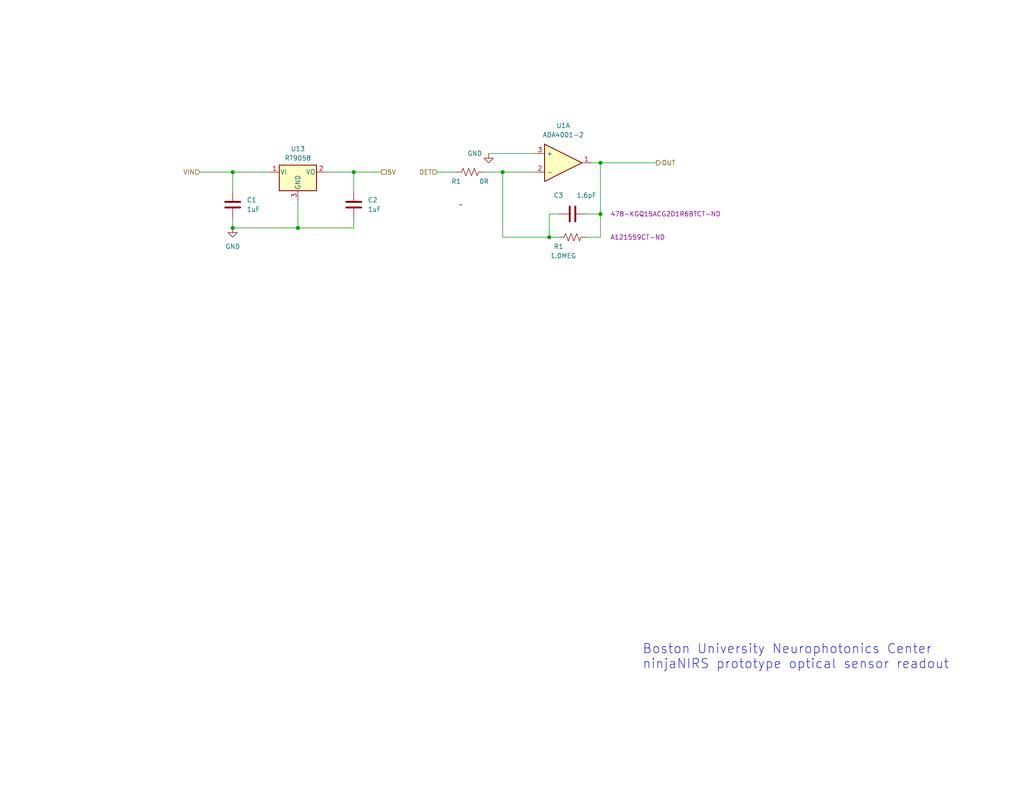
<source format=kicad_sch>
(kicad_sch (version 20230121) (generator eeschema)
  (paper "USLetter")
  (title_block (rev "A"))
  (lib_symbols
    (symbol "Device:C" (pin_numbers hide) (pin_names (offset 0.254))
      (property "Reference" "C" (at 0.635 2.54 0))
      (property "Value" "C" (at 0.635 -2.54 0))
      (symbol "C_0_1"
        (polyline (pts (xy -2.032 -0.762) (xy 2.032 -0.762)) (stroke (width 0.508)))
        (polyline (pts (xy -2.032 0.762) (xy 2.032 0.762)) (stroke (width 0.508)))
      )
      (symbol "C_1_1"
        (pin passive line (at 0 3.81 270) (length 2.794) (name "~") (number "1"))
        (pin passive line (at 0 -3.81 90) (length 2.794) (name "~") (number "2"))
      )
    )
    (symbol "Device:Opamp_Dual"
      (property "Reference" "U" (at 0 5.08 0))
      (property "Value" "Opamp_Dual" (at 0 -5.08 0))
      (symbol "Opamp_Dual_1_1"
        (polyline (pts (xy -5.08 5.08) (xy 5.08 0) (xy -5.08 -5.08) (xy -5.08 5.08)) (stroke (width 0.254)) (fill (type background)))
        (pin output line (at 7.62 0 180) (length 2.54) (name "~") (number "1"))
        (pin input line (at -7.62 -2.54 0) (length 2.54) (name "-") (number "2"))
        (pin input line (at -7.62 2.54 0) (length 2.54) (name "+") (number "3"))
      )
      (symbol "Opamp_Dual_2_1"
        (polyline (pts (xy -5.08 5.08) (xy 5.08 0) (xy -5.08 -5.08) (xy -5.08 5.08)) (stroke (width 0.254)) (fill (type background)))
        (pin input line (at -7.62 2.54 0) (length 2.54) (name "+") (number "5"))
        (pin input line (at -7.62 -2.54 0) (length 2.54) (name "-") (number "6"))
        (pin output line (at 7.62 0 180) (length 2.54) (name "~") (number "7"))
      )
      (symbol "Opamp_Dual_3_1"
        (pin power_in line (at -2.54 -7.62 90) (length 3.81) (name "V-") (number "4"))
        (pin power_in line (at -2.54 7.62 270) (length 3.81) (name "V+") (number "8"))
      )
    )
    (symbol "Device:R_US" (pin_numbers hide) (pin_names (offset 0))
      (property "Reference" "R" (at 2.54 0 90))
      (property "Value" "R_US" (at -2.54 0 90))
      (symbol "R_US_0_1"
        (polyline (pts (xy 0 -2.286) (xy 0 -2.54)))
        (polyline (pts (xy 0 2.286) (xy 0 2.54)))
        (polyline (pts (xy 0 -0.762) (xy 1.016 -1.143) (xy 0 -1.524) (xy -1.016 -1.905) (xy 0 -2.286)))
        (polyline (pts (xy 0 0.762) (xy 1.016 0.381) (xy 0 0) (xy -1.016 -0.381) (xy 0 -0.762)))
        (polyline (pts (xy 0 2.286) (xy 1.016 1.905) (xy 0 1.524) (xy -1.016 1.143) (xy 0 0.762)))
      )
      (symbol "R_US_1_1"
        (pin passive line (at 0 3.81 270) (length 1.27) (name "~") (number "1"))
        (pin passive line (at 0 -3.81 90) (length 1.27) (name "~") (number "2"))
      )
    )
    (symbol "Regulator_Linear:APE8865NR-33-HF-3" (pin_names (offset 0.254))
      (property "Reference" "U" (at -3.81 3.175 0))
      (property "Value" "APE8865NR-33-HF-3" (at 0 3.175 0))
      (symbol "APE8865NR-33-HF-3_0_1"
        (rectangle (start -5.08 1.905) (end 5.08 -5.08) (stroke (width 0.254)) (fill (type background)))
      )
      (symbol "APE8865NR-33-HF-3_1_1"
        (pin power_in line (at -7.62 0 0) (length 2.54) (name "VI") (number "1"))
        (pin power_out line (at 7.62 0 180) (length 2.54) (name "VO") (number "2"))
        (pin power_in line (at 0 -7.62 90) (length 2.54) (name "GND") (number "3"))
      )
    )
    (symbol "power:GND" (power) (pin_names (offset 0))
      (property "Value" "GND" (at 0 -3.81 0))
      (symbol "GND_0_1"
        (polyline (pts (xy 0 0) (xy 0 -1.27) (xy 1.27 -1.27) (xy 0 -2.54) (xy -1.27 -1.27) (xy 0 -1.27)))
      )
      (symbol "GND_1_1"
        (pin power_in line (at 0 0 270) (length 0) hide (name "GND") (number "1"))
      )
    )
  )
  (junction (at 163.83 44.45))
  (junction (at 63.5 62.23))
  (junction (at 149.86 64.77))
  (junction (at 63.5 46.99))
  (junction (at 96.52 46.99))
  (junction (at 137.16 46.99))
  (junction (at 163.83 58.42))
  (junction (at 81.28 62.23))
  (wire (pts (xy 137.16 64.77) (xy 149.86 64.77)))
  (wire (pts (xy 63.5 59.69) (xy 63.5 62.23)))
  (wire (pts (xy 163.83 44.45) (xy 179.07 44.45)))
  (wire (pts (xy 54.61 46.99) (xy 63.5 46.99)))
  (wire (pts (xy 96.52 46.99) (xy 104.14 46.99)))
  (wire (pts (xy 160.02 64.77) (xy 163.83 64.77)))
  (wire (pts (xy 149.86 58.42) (xy 152.4 58.42)))
  (wire (pts (xy 160.02 58.42) (xy 163.83 58.42)))
  (wire (pts (xy 119.38 46.99) (xy 124.46 46.99)))
  (wire (pts (xy 149.86 64.77) (xy 149.86 58.42)))
  (wire (pts (xy 163.83 58.42) (xy 163.83 44.45)))
  (wire (pts (xy 137.16 46.99) (xy 137.16 64.77)))
  (wire (pts (xy 163.83 64.77) (xy 163.83 58.42)))
  (wire (pts (xy 96.52 62.23) (xy 96.52 59.69)))
  (wire (pts (xy 96.52 46.99) (xy 96.52 52.07)))
  (wire (pts (xy 63.5 52.07) (xy 63.5 46.99)))
  (wire (pts (xy 133.35 41.91) (xy 146.05 41.91)))
  (wire (pts (xy 63.5 46.99) (xy 73.66 46.99)))
  (wire (pts (xy 63.5 62.23) (xy 81.28 62.23)))
  (wire (pts (xy 137.16 46.99) (xy 146.05 46.99)))
  (wire (pts (xy 81.28 54.61) (xy 81.28 62.23)))
  (wire (pts (xy 81.28 62.23) (xy 96.52 62.23)))
  (wire (pts (xy 152.4 64.77) (xy 149.86 64.77)))
  (wire (pts (xy 132.08 46.99) (xy 137.16 46.99)))
  (wire (pts (xy 88.9 46.99) (xy 96.52 46.99)))
  (wire (pts (xy 163.83 44.45) (xy 161.29 44.45)))
  (text "Boston University Neurophotonics Center\nninjaNIRS prototype optical sensor readout" (at 175.26 182.88 0) (effects (font (size 2.54 2.54)) (justify left bottom)))
  (hierarchical_label "OUT" (shape output) (at 179.07 44.45 0))
  (hierarchical_label "5V" (shape passive) (at 104.14 46.99 0))
  (hierarchical_label "DET" (shape input) (at 119.38 46.99 180))
  (hierarchical_label "VIN" (shape input) (at 54.61 46.99 180))
  (symbol (lib_id "Device:C") (at 63.5 55.88 0) (unit 1)
    (property "Reference" "C1" (at 67.31 54.61 0) (effects (justify left)))
    (property "Value" "1uF" (at 67.31 57.15 0) (effects (justify left)))
    (property "Footprint" "Capacitor_SMD:C_0603_1608Metric" (effects hide))
    (property "CatNo" "445-173625-1-ND" (effects hide))
    (property "MfgNo" "C1608X7R1V105K080AE" (effects hide))
    (instances (project "readout-box" (path "" (reference "C1") (unit 1)) (path "" (reference "C5") (unit 1)) (path "" (reference "C8") (unit 1)) (path "" (reference "C14") (unit 1)) (path "" (reference "C11") (unit 1)) (path "" (reference "C26") (unit 1)) (path "" (reference "C23") (unit 1)) (path "" (reference "C17") (unit 1)) (path "" (reference "C20") (unit 1))))
  )
  (symbol (lib_id "Device:R_US") (at 128.27 46.99 90) (unit 1)
    (property "Reference" "R1" (at 124.46 49.53 90))
    (property "Value" "0R" (at 132.08 49.53 90))
    (property "Footprint" "Resistor_SMD:R_0603_1608Metric" (effects hide))
    (property "CatNo" "~" (at 125.73 55.88 90))
    (instances (project "readout-box" (path "" (reference "R1") (unit 1)) (path "" (reference "R1") (unit 1)) (path "" (reference "R3") (unit 1)) (path "" (reference "R7") (unit 1)) (path "" (reference "R5") (unit 1)) (path "" (reference "R15") (unit 1)) (path "" (reference "R13") (unit 1)) (path "" (reference "R9") (unit 1)) (path "" (reference "R11") (unit 1))))
  )
  (symbol (lib_id "power:GND") (at 133.35 41.91 0) (unit 1)
    (property "Reference" "#PWR03" (effects hide))
    (property "Value" "GND" (at 129.54 41.91 0))
    (instances (project "readout-box" (path "" (reference "#PWR03") (unit 1)) (path "" (reference "#PWR07") (unit 1)) (path "" (reference "#PWR09") (unit 1)) (path "" (reference "#PWR013") (unit 1)) (path "" (reference "#PWR011") (unit 1)) (path "" (reference "#PWR021") (unit 1)) (path "" (reference "#PWR019") (unit 1)) (path "" (reference "#PWR015") (unit 1)) (path "" (reference "#PWR017") (unit 1))))
  )
  (symbol (lib_id "Regulator_Linear:APE8865NR-33-HF-3") (at 81.28 46.99 0) (unit 1)
    (property "Reference" "U13" (at 81.28 40.64 0))
    (property "Value" "RT9058" (at 81.28 43.18 0))
    (property "Footprint" "Package_TO_SOT_SMD:SOT-23" (effects hide))
    (property "Datasheet" "http://www.tme.eu/fr/Document/ced3461ed31ea70a3c416fb648e0cde7/APE8865-3.pdf" (effects hide))
    (property "CatNo" "1028-1254-1-ND" (effects hide))
    (property "MfgNo" "RT9058-50GV" (effects hide))
    (instances (project "readout-box" (path "" (reference "U13") (unit 1)) (path "" (reference "U14") (unit 1)) (path "" (reference "U15") (unit 1)) (path "" (reference "U16") (unit 1)) (path "" (reference "U17") (unit 1)) (path "" (reference "U18") (unit 1)) (path "" (reference "U19") (unit 1)) (path "" (reference "U20") (unit 1))))
  )
  (symbol (lib_id "Device:C") (at 96.52 55.88 0) (unit 1)
    (property "Reference" "C2" (at 100.33 54.61 0) (effects (justify left)))
    (property "Value" "1uF" (at 100.33 57.15 0) (effects (justify left)))
    (property "Footprint" "Capacitor_SMD:C_0603_1608Metric" (effects hide))
    (property "CatNo" "445-173625-1-ND" (effects hide))
    (property "MfgNo" "C1608X7R1V105K080AE" (effects hide))
    (instances (project "readout-box" (path "" (reference "C2") (unit 1)) (path "" (reference "C6") (unit 1)) (path "" (reference "C9") (unit 1)) (path "" (reference "C15") (unit 1)) (path "" (reference "C12") (unit 1)) (path "" (reference "C27") (unit 1)) (path "" (reference "C24") (unit 1)) (path "" (reference "C18") (unit 1)) (path "" (reference "C21") (unit 1))))
  )
  (symbol (lib_id "Device:Opamp_Dual") (at 153.67 44.45 0) (unit 1)
    (property "Reference" "U1" (at 153.67 34.29 0))
    (property "Value" "ADA4001-2" (at 153.67 36.83 0))
    (property "Footprint" "Package_SO:SO-8_3.9x4.9mm_P1.27mm" (effects hide))
    (property "CatNo" "ADA4001-2ARZ-R7CT-ND" (effects hide))
    (property "MfgNo" "ADA4001-2ARZ-R7" (effects hide))
    (instances (project "readout-box" (path "" (reference "U1") (unit 1)) (path "" (reference "U1") (unit 2)) (path "" (reference "U2") (unit 1)) (path "" (reference "U2") (unit 2)) (path "" (reference "U3") (unit 1)) (path "" (reference "U3") (unit 2)) (path "" (reference "U4") (unit 1)) (path "" (reference "U4") (unit 2))))
  )
  (symbol (lib_id "Device:C") (at 156.21 58.42 270) (unit 1)
    (property "Reference" "C3" (at 152.4 53.34 90))
    (property "Value" "1.6pF" (at 160.02 53.34 90))
    (property "Footprint" "Capacitor_SMD:C_0603_1608Metric" (effects hide))
    (property "CatNo" "478-KGQ15ACG2D1R6BTCT-ND" (at 181.61 58.42 90))
    (property "MfgNo" "KGQ15ACG2D1R6BT" (effects hide))
    (instances (project "readout-box" (path "" (reference "C3") (unit 1)) (path "" (reference "C7") (unit 1)) (path "" (reference "C10") (unit 1)) (path "" (reference "C16") (unit 1)) (path "" (reference "C13") (unit 1)) (path "" (reference "C28") (unit 1)) (path "" (reference "C25") (unit 1)) (path "" (reference "C19") (unit 1)) (path "" (reference "C22") (unit 1))))
  )
  (symbol (lib_id "power:GND") (at 63.5 62.23 0) (unit 1)
    (property "Reference" "#PWR02" (effects hide))
    (property "Value" "GND" (at 63.5 67.31 0))
    (instances (project "readout-box" (path "" (reference "#PWR02") (unit 1)) (path "" (reference "#PWR06") (unit 1)) (path "" (reference "#PWR08") (unit 1)) (path "" (reference "#PWR012") (unit 1)) (path "" (reference "#PWR010") (unit 1)) (path "" (reference "#PWR020") (unit 1)) (path "" (reference "#PWR018") (unit 1)) (path "" (reference "#PWR014") (unit 1)) (path "" (reference "#PWR016") (unit 1))))
  )
  (symbol (lib_id "Device:R_US") (at 156.21 64.77 90) (unit 1)
    (property "Reference" "R1" (at 152.4 67.31 90))
    (property "Value" "1.0MEG" (at 153.67 69.85 90))
    (property "Footprint" "Resistor_SMD:R_0603_1608Metric" (effects hide))
    (property "CatNo" "A121559CT-ND" (at 173.99 64.77 90))
    (property "MfgNo" "CRG0603F1M0" (effects hide))
    (instances (project "readout-box" (path "" (reference "R1") (unit 1)) (path "" (reference "R2") (unit 1)) (path "" (reference "R4") (unit 1)) (path "" (reference "R8") (unit 1)) (path "" (reference "R6") (unit 1)) (path "" (reference "R16") (unit 1)) (path "" (reference "R14") (unit 1)) (path "" (reference "R10") (unit 1)) (path "" (reference "R12") (unit 1))))
  )
)
</source>
